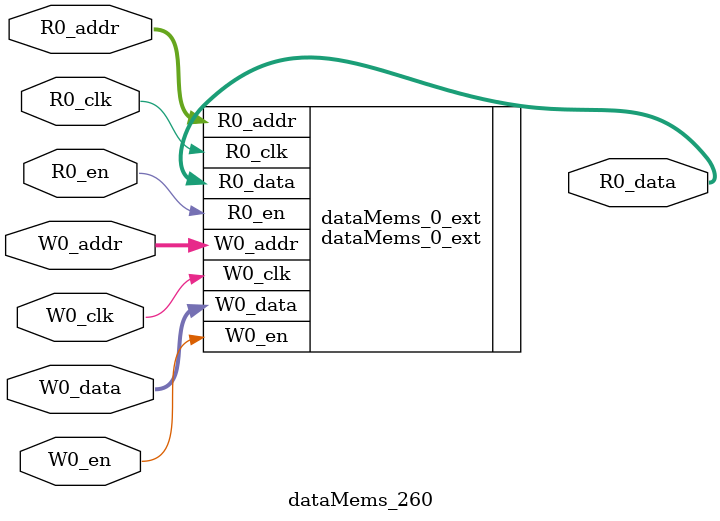
<source format=sv>
`ifndef RANDOMIZE
  `ifdef RANDOMIZE_REG_INIT
    `define RANDOMIZE
  `endif // RANDOMIZE_REG_INIT
`endif // not def RANDOMIZE
`ifndef RANDOMIZE
  `ifdef RANDOMIZE_MEM_INIT
    `define RANDOMIZE
  `endif // RANDOMIZE_MEM_INIT
`endif // not def RANDOMIZE

`ifndef RANDOM
  `define RANDOM $random
`endif // not def RANDOM

// Users can define 'PRINTF_COND' to add an extra gate to prints.
`ifndef PRINTF_COND_
  `ifdef PRINTF_COND
    `define PRINTF_COND_ (`PRINTF_COND)
  `else  // PRINTF_COND
    `define PRINTF_COND_ 1
  `endif // PRINTF_COND
`endif // not def PRINTF_COND_

// Users can define 'ASSERT_VERBOSE_COND' to add an extra gate to assert error printing.
`ifndef ASSERT_VERBOSE_COND_
  `ifdef ASSERT_VERBOSE_COND
    `define ASSERT_VERBOSE_COND_ (`ASSERT_VERBOSE_COND)
  `else  // ASSERT_VERBOSE_COND
    `define ASSERT_VERBOSE_COND_ 1
  `endif // ASSERT_VERBOSE_COND
`endif // not def ASSERT_VERBOSE_COND_

// Users can define 'STOP_COND' to add an extra gate to stop conditions.
`ifndef STOP_COND_
  `ifdef STOP_COND
    `define STOP_COND_ (`STOP_COND)
  `else  // STOP_COND
    `define STOP_COND_ 1
  `endif // STOP_COND
`endif // not def STOP_COND_

// Users can define INIT_RANDOM as general code that gets injected into the
// initializer block for modules with registers.
`ifndef INIT_RANDOM
  `define INIT_RANDOM
`endif // not def INIT_RANDOM

// If using random initialization, you can also define RANDOMIZE_DELAY to
// customize the delay used, otherwise 0.002 is used.
`ifndef RANDOMIZE_DELAY
  `define RANDOMIZE_DELAY 0.002
`endif // not def RANDOMIZE_DELAY

// Define INIT_RANDOM_PROLOG_ for use in our modules below.
`ifndef INIT_RANDOM_PROLOG_
  `ifdef RANDOMIZE
    `ifdef VERILATOR
      `define INIT_RANDOM_PROLOG_ `INIT_RANDOM
    `else  // VERILATOR
      `define INIT_RANDOM_PROLOG_ `INIT_RANDOM #`RANDOMIZE_DELAY begin end
    `endif // VERILATOR
  `else  // RANDOMIZE
    `define INIT_RANDOM_PROLOG_
  `endif // RANDOMIZE
`endif // not def INIT_RANDOM_PROLOG_

// Include register initializers in init blocks unless synthesis is set
`ifndef SYNTHESIS
  `ifndef ENABLE_INITIAL_REG_
    `define ENABLE_INITIAL_REG_
  `endif // not def ENABLE_INITIAL_REG_
`endif // not def SYNTHESIS

// Include rmemory initializers in init blocks unless synthesis is set
`ifndef SYNTHESIS
  `ifndef ENABLE_INITIAL_MEM_
    `define ENABLE_INITIAL_MEM_
  `endif // not def ENABLE_INITIAL_MEM_
`endif // not def SYNTHESIS

module dataMems_260(	// @[generators/ara/src/main/scala/UnsafeAXI4ToTL.scala:365:62]
  input  [4:0]  R0_addr,
  input         R0_en,
  input         R0_clk,
  output [66:0] R0_data,
  input  [4:0]  W0_addr,
  input         W0_en,
  input         W0_clk,
  input  [66:0] W0_data
);

  dataMems_0_ext dataMems_0_ext (	// @[generators/ara/src/main/scala/UnsafeAXI4ToTL.scala:365:62]
    .R0_addr (R0_addr),
    .R0_en   (R0_en),
    .R0_clk  (R0_clk),
    .R0_data (R0_data),
    .W0_addr (W0_addr),
    .W0_en   (W0_en),
    .W0_clk  (W0_clk),
    .W0_data (W0_data)
  );
endmodule


</source>
